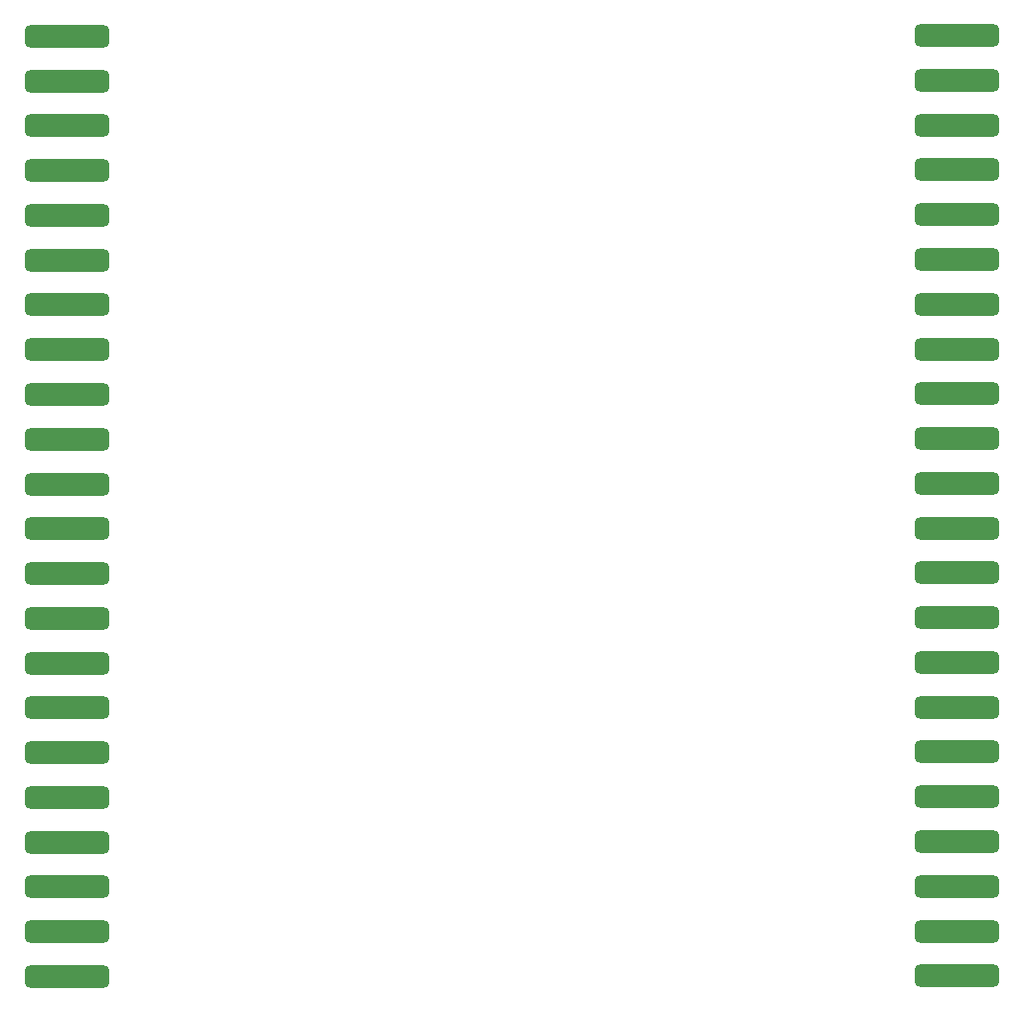
<source format=gbr>
G04 #@! TF.GenerationSoftware,KiCad,Pcbnew,8.0.6-8.0.6-0~ubuntu24.10.1*
G04 #@! TF.CreationDate,2024-10-17T11:16:10-07:00*
G04 #@! TF.ProjectId,kim1-power,6b696d31-2d70-46f7-9765-722e6b696361,1.2*
G04 #@! TF.SameCoordinates,Original*
G04 #@! TF.FileFunction,Paste,Top*
G04 #@! TF.FilePolarity,Positive*
%FSLAX46Y46*%
G04 Gerber Fmt 4.6, Leading zero omitted, Abs format (unit mm)*
G04 Created by KiCad (PCBNEW 8.0.6-8.0.6-0~ubuntu24.10.1) date 2024-10-17 11:16:10*
%MOMM*%
%LPD*%
G01*
G04 APERTURE LIST*
G04 Aperture macros list*
%AMRoundRect*
0 Rectangle with rounded corners*
0 $1 Rounding radius*
0 $2 $3 $4 $5 $6 $7 $8 $9 X,Y pos of 4 corners*
0 Add a 4 corners polygon primitive as box body*
4,1,4,$2,$3,$4,$5,$6,$7,$8,$9,$2,$3,0*
0 Add four circle primitives for the rounded corners*
1,1,$1+$1,$2,$3*
1,1,$1+$1,$4,$5*
1,1,$1+$1,$6,$7*
1,1,$1+$1,$8,$9*
0 Add four rect primitives between the rounded corners*
20,1,$1+$1,$2,$3,$4,$5,0*
20,1,$1+$1,$4,$5,$6,$7,0*
20,1,$1+$1,$6,$7,$8,$9,0*
20,1,$1+$1,$8,$9,$2,$3,0*%
G04 Aperture macros list end*
%ADD10RoundRect,0.500000X-3.250000X-0.500000X3.250000X-0.500000X3.250000X0.500000X-3.250000X0.500000X0*%
G04 APERTURE END LIST*
D10*
G04 #@! TO.C,J1*
X106100000Y-57420000D03*
X106100000Y-61380000D03*
X106100000Y-65340000D03*
X106100000Y-69300000D03*
X106100000Y-73260000D03*
X106100000Y-77220000D03*
X106100000Y-81180000D03*
X106100000Y-85140000D03*
X106100000Y-89100000D03*
X106100000Y-93060000D03*
X106100000Y-97020000D03*
X106100000Y-100980000D03*
X106100000Y-104940000D03*
X106100000Y-108900000D03*
X106100000Y-112860000D03*
X106100000Y-116820000D03*
X106100000Y-120780000D03*
X106100000Y-124740000D03*
X106100000Y-128700000D03*
X106100000Y-132660000D03*
X106100000Y-136620000D03*
X106100000Y-140580000D03*
G04 #@! TD*
G04 #@! TO.C,J2*
X184800000Y-57360000D03*
X184800000Y-61320000D03*
X184800000Y-65280000D03*
X184800000Y-69240000D03*
X184800000Y-73200000D03*
X184800000Y-77160000D03*
X184800000Y-81120000D03*
X184800000Y-85080000D03*
X184800000Y-89040000D03*
X184800000Y-93000000D03*
X184800000Y-96960000D03*
X184800000Y-100920000D03*
X184800000Y-104880000D03*
X184800000Y-108840000D03*
X184800000Y-112800000D03*
X184800000Y-116760000D03*
X184800000Y-120720000D03*
X184800000Y-124680000D03*
X184800000Y-128640000D03*
X184800000Y-132600000D03*
X184800000Y-136560000D03*
X184800000Y-140520000D03*
G04 #@! TD*
M02*

</source>
